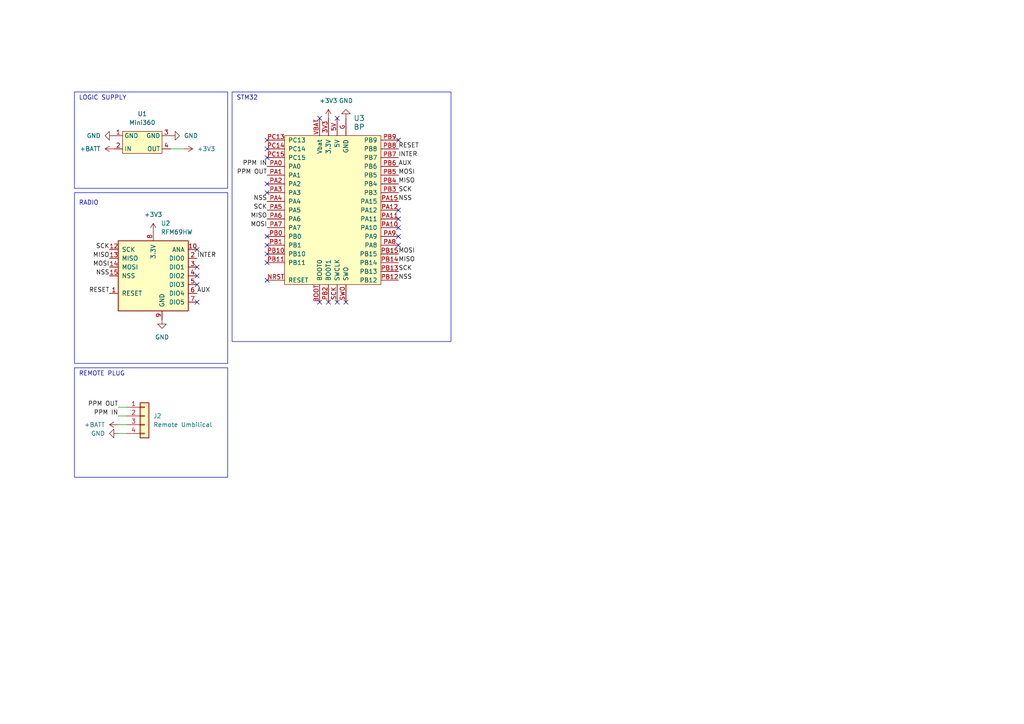
<source format=kicad_sch>
(kicad_sch (version 20230121) (generator eeschema)
  (paper "A4")
  (lib_symbols
    (symbol "Connector_Generic:Conn_01x04" (pin_names (offset 1.016) hide)
      (property "Reference" "J" (at 0 5.08 0))
      (property "Value" "Conn_01x04" (at 0 -7.62 0))
      (symbol "Conn_01x04_1_1"
        (rectangle (start -1.27 -4.953) (end 0 -5.207) (stroke (width 0.1524)))
        (rectangle (start -1.27 -2.413) (end 0 -2.667) (stroke (width 0.1524)))
        (rectangle (start -1.27 0.127) (end 0 -0.127) (stroke (width 0.1524)))
        (rectangle (start -1.27 2.667) (end 0 2.413) (stroke (width 0.1524)))
        (rectangle (start -1.27 3.81) (end 1.27 -6.35) (stroke (width 0.254)) (fill (type background)))
        (pin passive line (at -5.08 2.54 0) (length 3.81) (name "Pin_1") (number "1"))
        (pin passive line (at -5.08 0 0) (length 3.81) (name "Pin_2") (number "2"))
        (pin passive line (at -5.08 -2.54 0) (length 3.81) (name "Pin_3") (number "3"))
        (pin passive line (at -5.08 -5.08 0) (length 3.81) (name "Pin_4") (number "4"))
      )
    )
    (symbol "My_Library:Mini360"
      (property "Reference" "U" (at 2.54 7.62 0))
      (property "Value" "Mini360" (at 6.35 10.16 0))
      (symbol "Mini360_1_1"
        (rectangle (start 0 6.35) (end 11.43 0) (fill (type background)))
        (pin power_in line (at -2.54 5.08 0) (length 2.54) (name "GND") (number "1"))
        (pin power_in line (at -2.54 1.27 0) (length 2.54) (name "IN") (number "2"))
        (pin power_in line (at 13.97 5.08 180) (length 2.54) (name "GND") (number "3"))
        (pin power_out line (at 13.97 1.27 180) (length 2.54) (name "OUT") (number "4"))
      )
    )
    (symbol "My_Library:STM32 Bluepill" (pin_names (offset 1.016))
      (property "Reference" "U" (at -11.43 22.86 0))
      (property "Value" "BP" (at 7.62 -24.13 0))
      (symbol "STM32 Bluepill_1_1"
        (rectangle (start -13.97 21.59) (end 13.97 -21.59) (fill (type background)))
        (pin power_out line (at -1.27 26.67 270) (length 5.08) (name "3.3V") (number "3V3"))
        (pin power_out line (at 1.27 26.67 270) (length 5.08) (name "5V") (number "5V"))
        (pin input line (at -3.81 -26.67 90) (length 5.08) (name "BOOT0") (number "BOOT"))
        (pin power_out line (at 3.81 26.67 270) (length 5.08) (name "GND") (number "G"))
        (pin input line (at -19.05 -20.32 0) (length 5.08) (name "RESET") (number "NRST"))
        (pin bidirectional line (at -19.05 12.7 0) (length 5.08) (name "PA0") (number "PA0"))
        (pin bidirectional line (at -19.05 10.16 0) (length 5.08) (name "PA1") (number "PA1"))
        (pin bidirectional line (at 19.05 -5.08 180) (length 5.08) (name "PA10") (number "PA10"))
        (pin bidirectional line (at 19.05 -2.54 180) (length 5.08) (name "PA11") (number "PA11"))
        (pin bidirectional line (at 19.05 0 180) (length 5.08) (name "PA12") (number "PA12"))
        (pin bidirectional line (at 19.05 2.54 180) (length 5.08) (name "PA15") (number "PA15"))
        (pin bidirectional line (at -19.05 7.62 0) (length 5.08) (name "PA2") (number "PA2"))
        (pin bidirectional line (at -19.05 5.08 0) (length 5.08) (name "PA3") (number "PA3"))
        (pin bidirectional line (at -19.05 2.54 0) (length 5.08) (name "PA4") (number "PA4"))
        (pin bidirectional line (at -19.05 0 0) (length 5.08) (name "PA5") (number "PA5"))
        (pin bidirectional line (at -19.05 -2.54 0) (length 5.08) (name "PA6") (number "PA6"))
        (pin bidirectional line (at -19.05 -5.08 0) (length 5.08) (name "PA7") (number "PA7"))
        (pin bidirectional line (at 19.05 -10.16 180) (length 5.08) (name "PA8") (number "PA8"))
        (pin bidirectional line (at 19.05 -7.62 180) (length 5.08) (name "PA9") (number "PA9"))
        (pin bidirectional line (at -19.05 -7.62 0) (length 5.08) (name "PB0") (number "PB0"))
        (pin bidirectional line (at -19.05 -10.16 0) (length 5.08) (name "PB1") (number "PB1"))
        (pin bidirectional line (at -19.05 -12.7 0) (length 5.08) (name "PB10") (number "PB10"))
        (pin bidirectional line (at -19.05 -15.24 0) (length 5.08) (name "PB11") (number "PB11"))
        (pin bidirectional line (at 19.05 -20.32 180) (length 5.08) (name "PB12") (number "PB12"))
        (pin bidirectional line (at 19.05 -17.78 180) (length 5.08) (name "PB13") (number "PB13"))
        (pin bidirectional line (at 19.05 -15.24 180) (length 5.08) (name "PB14") (number "PB14"))
        (pin bidirectional line (at 19.05 -12.7 180) (length 5.08) (name "PB15") (number "PB15"))
        (pin bidirectional line (at -1.27 -26.67 90) (length 5.08) (name "BOOT1") (number "PB2"))
        (pin bidirectional line (at 19.05 5.08 180) (length 5.08) (name "PB3") (number "PB3"))
        (pin bidirectional line (at 19.05 7.62 180) (length 5.08) (name "PB4") (number "PB4"))
        (pin bidirectional line (at 19.05 10.16 180) (length 5.08) (name "PB5") (number "PB5"))
        (pin bidirectional line (at 19.05 12.7 180) (length 5.08) (name "PB6") (number "PB6"))
        (pin bidirectional line (at 19.05 15.24 180) (length 5.08) (name "PB7") (number "PB7"))
        (pin bidirectional line (at 19.05 17.78 180) (length 5.08) (name "PB8") (number "PB8"))
        (pin bidirectional line (at 19.05 20.32 180) (length 5.08) (name "PB9") (number "PB9"))
        (pin bidirectional line (at -19.05 20.32 0) (length 5.08) (name "PC13") (number "PC13"))
        (pin bidirectional line (at -19.05 17.78 0) (length 5.08) (name "PC14") (number "PC14"))
        (pin bidirectional line (at -19.05 15.24 0) (length 5.08) (name "PC15") (number "PC15"))
        (pin bidirectional line (at 1.27 -26.67 90) (length 5.08) (name "SWCLK") (number "SCK"))
        (pin bidirectional line (at 3.81 -26.67 90) (length 5.08) (name "SWO") (number "SWO"))
        (pin power_in line (at -3.81 26.67 270) (length 5.08) (name "Vbat") (number "VBAT"))
      )
    )
    (symbol "RF_Module:RFM69HW" (pin_names (offset 1.016))
      (property "Reference" "U" (at -3.81 11.43 0))
      (property "Value" "RFM69HW" (at -7.62 13.97 0))
      (symbol "RFM69HW_0_1"
        (rectangle (start -10.16 10.16) (end 10.16 -10.16) (stroke (width 0.254)) (fill (type background)))
      )
      (symbol "RFM69HW_1_1"
        (pin input line (at -12.7 -5.08 0) (length 2.54) (name "RESET") (number "1"))
        (pin output line (at 12.7 7.62 180) (length 2.54) (name "ANA") (number "10"))
        (pin passive line (at 2.54 -12.7 90) (length 2.54) hide (name "GND") (number "11"))
        (pin input line (at -12.7 7.62 0) (length 2.54) (name "SCK") (number "12"))
        (pin output line (at -12.7 5.08 0) (length 2.54) (name "MISO") (number "13"))
        (pin input line (at -12.7 2.54 0) (length 2.54) (name "MOSI") (number "14"))
        (pin input line (at -12.7 0 0) (length 2.54) (name "NSS") (number "15"))
        (pin no_connect line (at -2.54 -10.16 90) (length 2.54) hide (name "NC") (number "16"))
        (pin bidirectional line (at 12.7 5.08 180) (length 2.54) (name "DIO0") (number "2"))
        (pin bidirectional line (at 12.7 2.54 180) (length 2.54) (name "DIO1") (number "3"))
        (pin bidirectional line (at 12.7 0 180) (length 2.54) (name "DIO2") (number "4"))
        (pin bidirectional line (at 12.7 -2.54 180) (length 2.54) (name "DIO3") (number "5"))
        (pin bidirectional line (at 12.7 -5.08 180) (length 2.54) (name "DIO4") (number "6"))
        (pin bidirectional line (at 12.7 -7.62 180) (length 2.54) (name "DIO5") (number "7"))
        (pin power_in line (at 0 12.7 270) (length 2.54) (name "3.3V") (number "8"))
        (pin power_in line (at 2.54 -12.7 90) (length 2.54) (name "GND") (number "9"))
      )
    )
    (symbol "power:+3V3" (power) (pin_names (offset 0))
      (property "Value" "+3V3" (at 0 3.556 0))
      (symbol "+3V3_0_1"
        (polyline (pts (xy -0.762 1.27) (xy 0 2.54)))
        (polyline (pts (xy 0 0) (xy 0 2.54)))
        (polyline (pts (xy 0 2.54) (xy 0.762 1.27)))
      )
      (symbol "+3V3_1_1"
        (pin power_in line (at 0 0 90) (length 0) hide (name "+3V3") (number "1"))
      )
    )
    (symbol "power:+BATT" (power) (pin_names (offset 0))
      (property "Value" "+BATT" (at 0 3.556 0))
      (symbol "+BATT_0_1"
        (polyline (pts (xy -0.762 1.27) (xy 0 2.54)))
        (polyline (pts (xy 0 0) (xy 0 2.54)))
        (polyline (pts (xy 0 2.54) (xy 0.762 1.27)))
      )
      (symbol "+BATT_1_1"
        (pin power_in line (at 0 0 90) (length 0) hide (name "+BATT") (number "1"))
      )
    )
    (symbol "power:GND" (power) (pin_names (offset 0))
      (property "Value" "GND" (at 0 -3.81 0))
      (symbol "GND_0_1"
        (polyline (pts (xy 0 0) (xy 0 -1.27) (xy 1.27 -1.27) (xy 0 -2.54) (xy -1.27 -1.27) (xy 0 -1.27)))
      )
      (symbol "GND_1_1"
        (pin power_in line (at 0 0 270) (length 0) hide (name "GND") (number "1"))
      )
    )
  )
  (no_connect (at 115.57 71.12))
  (no_connect (at 92.71 34.29))
  (no_connect (at 57.15 77.47))
  (no_connect (at 97.79 87.63))
  (no_connect (at 92.71 87.63))
  (no_connect (at 57.15 82.55))
  (no_connect (at 77.47 76.2))
  (no_connect (at 115.57 63.5))
  (no_connect (at 77.47 45.72))
  (no_connect (at 95.25 87.63))
  (no_connect (at 97.79 34.29))
  (no_connect (at 77.47 55.88))
  (no_connect (at 115.57 66.04))
  (no_connect (at 77.47 81.28))
  (no_connect (at 77.47 68.58))
  (no_connect (at 77.47 43.18))
  (no_connect (at 115.57 60.96))
  (no_connect (at 57.15 80.01))
  (no_connect (at 115.57 40.64))
  (no_connect (at 100.33 87.63))
  (no_connect (at 115.57 68.58))
  (no_connect (at 77.47 40.64))
  (no_connect (at 57.15 87.63))
  (no_connect (at 77.47 53.34))
  (no_connect (at 57.15 72.39))
  (no_connect (at 77.47 71.12))
  (no_connect (at 77.47 73.66))
  (wire (pts (xy 34.29 118.11) (xy 36.83 118.11)))
  (wire (pts (xy 36.83 123.19) (xy 34.29 123.19)))
  (wire (pts (xy 36.83 125.73) (xy 34.29 125.73)))
  (wire (pts (xy 53.34 43.18) (xy 49.53 43.18)))
  (wire (pts (xy 36.83 120.65) (xy 34.29 120.65)))
  (rectangle (start 67.31 26.67) (end 130.81 99.06))
  (rectangle (start 21.59 106.68) (end 66.04 138.43))
  (rectangle (start 21.59 55.88) (end 66.04 105.41))
  (rectangle (start 21.59 26.67) (end 66.04 54.61))
  (text "STM32" (at 68.58 29.21 0) (effects (font (size 1.27 1.27)) (justify left bottom)))
  (text "LOGIC SUPPLY\n" (at 22.86 29.21 0) (effects (font (size 1.27 1.27)) (justify left bottom)))
  (text "REMOTE PLUG" (at 22.86 109.22 0) (effects (font (size 1.27 1.27)) (justify left bottom)))
  (text "RADIO" (at 22.86 59.69 0) (effects (font (size 1.27 1.27)) (justify left bottom)))
  (label "PPM OUT" (at 77.47 50.8 180))
  (label "MOSI" (at 115.57 50.8 0))
  (label "INTER" (at 57.15 74.93 0))
  (label "PPM IN" (at 34.29 120.65 180))
  (label "PPM IN" (at 77.47 48.26 180))
  (label "SCK" (at 115.57 55.88 0))
  (label "AUX" (at 115.57 48.26 0))
  (label "PPM OUT" (at 34.29 118.11 180))
  (label "SCK" (at 31.75 72.39 180))
  (label "MOSI" (at 77.47 66.04 180))
  (label "NSS" (at 115.57 81.28 0))
  (label "MOSI" (at 115.57 73.66 0))
  (label "MISO" (at 115.57 76.2 0))
  (label "MISO" (at 77.47 63.5 180))
  (label "MISO" (at 115.57 53.34 0))
  (label "AUX" (at 57.15 85.09 0))
  (label "INTER" (at 115.57 45.72 0))
  (label "NSS" (at 115.57 58.42 0))
  (label "MOSI" (at 31.75 77.47 180))
  (label "RESET" (at 31.75 85.09 180))
  (label "NSS" (at 31.75 80.01 180))
  (label "SCK" (at 115.57 78.74 0))
  (label "SCK" (at 77.47 60.96 180))
  (label "MISO" (at 31.75 74.93 180))
  (label "NSS" (at 77.47 58.42 180))
  (label "RESET" (at 115.57 43.18 0))
  (symbol (lib_id "My_Library:STM32 Bluepill") (at 96.52 60.96 0) (unit 1)
    (property "Reference" "U3" (at 102.5241 34.29 0) (effects (font (size 1.524 1.524)) (justify left)))
    (property "Value" "BP" (at 102.5241 36.83 0) (effects (font (size 1.524 1.524)) (justify left)))
    (property "Footprint" "My_Library:blue_pill" (effects hide))
    (property "Datasheet" "https://www.electronicshub.org/getting-started-with-stm32f103c8t6-blue-pill/" (effects hide))
  )
  (symbol (lib_id "power:GND") (at 34.29 125.73 270) (unit 1)
    (property "Reference" "#PWR011" (effects hide))
    (property "Value" "GND" (at 30.48 125.73 90) (effects (justify right)))
  )
  (symbol (lib_id "power:GND") (at 33.02 39.37 270) (unit 1)
    (property "Reference" "#PWR01" (effects hide))
    (property "Value" "GND" (at 29.21 39.37 90) (effects (justify right)))
  )
  (symbol (lib_id "power:+BATT") (at 34.29 123.19 90) (unit 1)
    (property "Reference" "#PWR012" (effects hide))
    (property "Value" "+BATT" (at 30.48 123.19 90) (effects (justify left)))
  )
  (symbol (lib_id "power:+3V3") (at 44.45 67.31 0) (unit 1)
    (property "Reference" "#PWR04" (effects hide))
    (property "Value" "+3V3" (at 44.45 62.23 0))
  )
  (symbol (lib_id "RF_Module:RFM69HW") (at 44.45 80.01 0) (unit 1)
    (property "Reference" "U2" (at 46.6441 64.77 0) (effects (justify left)))
    (property "Value" "RFM69HW" (at 46.6441 67.31 0) (effects (justify left)))
    (property "Footprint" "My_Library:HOPERF_RFM69HW" (effects hide))
    (property "Datasheet" "https://www.hoperf.com/data/upload/portal/20181127/5bfcbb56f1fd7.pdf" (effects hide))
  )
  (symbol (lib_id "power:+BATT") (at 33.02 43.18 90) (unit 1)
    (property "Reference" "#PWR08" (effects hide))
    (property "Value" "+BATT" (at 29.21 43.18 90) (effects (justify left)))
  )
  (symbol (lib_id "power:+3V3") (at 95.25 34.29 0) (unit 1)
    (property "Reference" "#PWR06" (effects hide))
    (property "Value" "+3V3" (at 95.25 29.21 0))
  )
  (symbol (lib_id "Connector_Generic:Conn_01x04") (at 41.91 120.65 0) (unit 1)
    (property "Reference" "J2" (at 44.45 120.65 0) (effects (justify left)))
    (property "Value" "Remote Umbilical" (at 44.45 123.19 0) (effects (justify left)))
    (property "Footprint" "Connector_PinHeader_2.54mm:PinHeader_1x04_P2.54mm_Vertical" (effects hide))
  )
  (symbol (lib_id "power:GND") (at 49.53 39.37 90) (unit 1)
    (property "Reference" "#PWR02" (effects hide))
    (property "Value" "GND" (at 53.34 39.37 90) (effects (justify right)))
  )
  (symbol (lib_id "power:GND") (at 100.33 34.29 180) (unit 1)
    (property "Reference" "#PWR07" (effects hide))
    (property "Value" "GND" (at 100.33 29.21 0))
  )
  (symbol (lib_id "power:GND") (at 46.99 92.71 0) (unit 1)
    (property "Reference" "#PWR05" (effects hide))
    (property "Value" "GND" (at 46.99 97.79 0))
  )
  (symbol (lib_id "power:+3V3") (at 53.34 43.18 270) (unit 1)
    (property "Reference" "#PWR03" (effects hide))
    (property "Value" "+3V3" (at 57.15 43.18 90) (effects (justify left)))
  )
  (symbol (lib_id "My_Library:Mini360") (at 35.56 44.45 0) (unit 1)
    (property "Reference" "U1" (at 41.275 33.02 0))
    (property "Value" "Mini360" (at 41.275 35.56 0))
    (property "Footprint" "My_Library:Mini360" (effects hide))
  )
)
</source>
